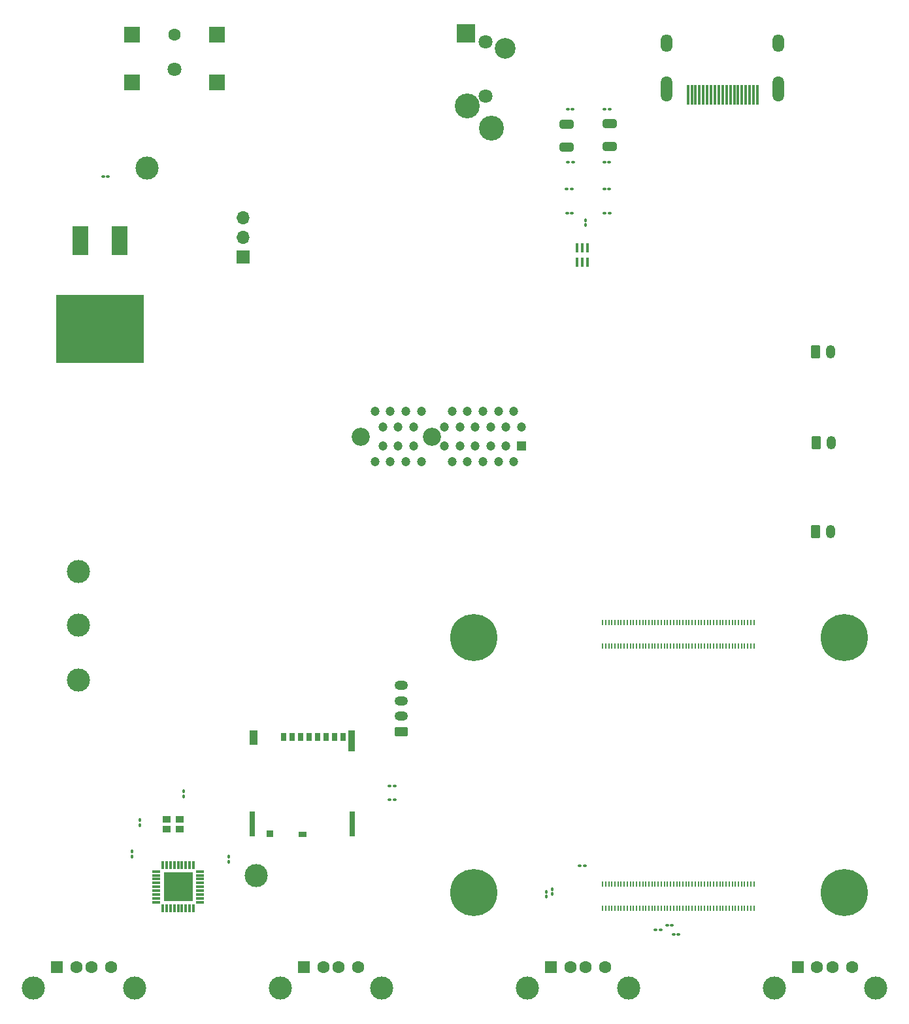
<source format=gbr>
%TF.GenerationSoftware,KiCad,Pcbnew,8.0.8*%
%TF.CreationDate,2025-08-13T22:48:38+02:00*%
%TF.ProjectId,RetroConsoleMk3,52657472-6f43-46f6-9e73-6f6c654d6b33,rev?*%
%TF.SameCoordinates,PX237a085PY9f06730*%
%TF.FileFunction,Soldermask,Top*%
%TF.FilePolarity,Negative*%
%FSLAX46Y46*%
G04 Gerber Fmt 4.6, Leading zero omitted, Abs format (unit mm)*
G04 Created by KiCad (PCBNEW 8.0.8) date 2025-08-13 22:48:38*
%MOMM*%
%LPD*%
G01*
G04 APERTURE LIST*
G04 Aperture macros list*
%AMRoundRect*
0 Rectangle with rounded corners*
0 $1 Rounding radius*
0 $2 $3 $4 $5 $6 $7 $8 $9 X,Y pos of 4 corners*
0 Add a 4 corners polygon primitive as box body*
4,1,4,$2,$3,$4,$5,$6,$7,$8,$9,$2,$3,0*
0 Add four circle primitives for the rounded corners*
1,1,$1+$1,$2,$3*
1,1,$1+$1,$4,$5*
1,1,$1+$1,$6,$7*
1,1,$1+$1,$8,$9*
0 Add four rect primitives between the rounded corners*
20,1,$1+$1,$2,$3,$4,$5,0*
20,1,$1+$1,$4,$5,$6,$7,0*
20,1,$1+$1,$6,$7,$8,$9,0*
20,1,$1+$1,$8,$9,$2,$3,0*%
G04 Aperture macros list end*
%ADD10RoundRect,0.100000X-0.100000X0.130000X-0.100000X-0.130000X0.100000X-0.130000X0.100000X0.130000X0*%
%ADD11C,3.000000*%
%ADD12RoundRect,0.100000X0.100000X-0.130000X0.100000X0.130000X-0.100000X0.130000X-0.100000X-0.130000X0*%
%ADD13R,1.600000X1.500000*%
%ADD14C,1.600000*%
%ADD15R,0.700000X1.100000*%
%ADD16R,0.900000X0.930000*%
%ADD17R,1.050000X0.780000*%
%ADD18R,0.700000X3.330000*%
%ADD19R,1.140000X1.830000*%
%ADD20R,0.860000X2.800000*%
%ADD21RoundRect,0.250000X-0.350000X-0.625000X0.350000X-0.625000X0.350000X0.625000X-0.350000X0.625000X0*%
%ADD22O,1.200000X1.750000*%
%ADD23RoundRect,0.250000X-0.650000X0.325000X-0.650000X-0.325000X0.650000X-0.325000X0.650000X0.325000X0*%
%ADD24C,1.800000*%
%ADD25R,2.415000X2.415000*%
%ADD26C,3.225000*%
%ADD27C,2.685000*%
%ADD28R,2.000000X2.000000*%
%ADD29RoundRect,0.100000X0.130000X0.100000X-0.130000X0.100000X-0.130000X-0.100000X0.130000X-0.100000X0*%
%ADD30RoundRect,0.100000X-0.130000X-0.100000X0.130000X-0.100000X0.130000X0.100000X-0.130000X0.100000X0*%
%ADD31R,1.000000X0.900000*%
%ADD32R,0.400000X1.200000*%
%ADD33C,6.100000*%
%ADD34R,0.200000X0.700000*%
%ADD35R,1.700000X1.700000*%
%ADD36O,1.700000X1.700000*%
%ADD37C,2.350000*%
%ADD38R,1.200000X1.200000*%
%ADD39C,1.200000*%
%ADD40R,0.300000X2.600000*%
%ADD41O,1.500000X3.300000*%
%ADD42O,1.500000X2.300000*%
%ADD43R,2.080000X3.810000*%
%ADD44R,11.430000X8.890000*%
%ADD45RoundRect,0.250000X0.625000X-0.350000X0.625000X0.350000X-0.625000X0.350000X-0.625000X-0.350000X0*%
%ADD46O,1.750000X1.200000*%
%ADD47R,1.100000X0.300000*%
%ADD48R,0.300000X1.100000*%
%ADD49R,3.800000X3.800000*%
G04 APERTURE END LIST*
D10*
%TO.C,R13*%
X73449995Y19120000D03*
X73449995Y18480000D03*
%TD*%
D11*
%TO.C,TP3*%
X12799995Y53600000D03*
%TD*%
D12*
%TO.C,C3*%
X78549995Y105430000D03*
X78549995Y106070000D03*
%TD*%
D13*
%TO.C,J7*%
X106049995Y9360000D03*
D14*
X108549995Y9360000D03*
X110549995Y9360000D03*
X113049995Y9360000D03*
D11*
X102979995Y6650000D03*
X116119995Y6650000D03*
%TD*%
D15*
%TO.C,J2*%
X39419995Y39125000D03*
X40519995Y39125000D03*
X41619995Y39125000D03*
X42719995Y39125000D03*
X43819995Y39125000D03*
X44919995Y39125000D03*
X46019995Y39125000D03*
X47119995Y39125000D03*
D16*
X37629995Y26660000D03*
D17*
X41894995Y26585000D03*
D18*
X35319995Y27860000D03*
D19*
X35539995Y39110000D03*
D20*
X48199995Y38625000D03*
D18*
X48279995Y27860000D03*
%TD*%
D21*
%TO.C,J11*%
X108299995Y65750000D03*
D22*
X110299995Y65750000D03*
%TD*%
D23*
%TO.C,C7*%
X81699995Y118575000D03*
X81699995Y115625000D03*
%TD*%
D24*
%TO.C,J10*%
X65574495Y129156500D03*
X65574495Y122156500D03*
D25*
X63034495Y130256500D03*
D26*
X63254495Y120856500D03*
X66324495Y117956500D03*
D27*
X68114495Y128356500D03*
%TD*%
D14*
%TO.C,J8*%
X25299995Y130100000D03*
D24*
X25299995Y125600000D03*
D28*
X19799995Y130100000D03*
X19799995Y123900000D03*
X30799995Y130100000D03*
X30799995Y123900000D03*
%TD*%
D29*
%TO.C,R7*%
X81649995Y106945000D03*
X81009995Y106945000D03*
%TD*%
D30*
%TO.C,R12*%
X87634995Y14150000D03*
X88274995Y14150000D03*
%TD*%
D31*
%TO.C,Y1*%
X25949995Y28476000D03*
X24299995Y28476000D03*
X24299995Y27250000D03*
X25949995Y27250000D03*
%TD*%
D30*
%TO.C,R1*%
X53134995Y31000000D03*
X53774995Y31000000D03*
%TD*%
D13*
%TO.C,J5*%
X42049995Y9360000D03*
D14*
X44549995Y9360000D03*
X46549995Y9360000D03*
X49049995Y9360000D03*
D11*
X38979995Y6650000D03*
X52119995Y6650000D03*
%TD*%
D21*
%TO.C,J13*%
X108299995Y89050000D03*
D22*
X110299995Y89050000D03*
%TD*%
D11*
%TO.C,TP4*%
X12799995Y46500000D03*
%TD*%
D30*
%TO.C,R5*%
X76274995Y113600000D03*
X76914995Y113600000D03*
%TD*%
D32*
%TO.C,IC2*%
X77449995Y100600000D03*
X78099995Y100600000D03*
X78749995Y100600000D03*
X78749995Y102500000D03*
X78099995Y102500000D03*
X77449995Y102500000D03*
%TD*%
D30*
%TO.C,R6*%
X76209995Y120400000D03*
X76849995Y120400000D03*
%TD*%
D33*
%TO.C,Module1*%
X64049995Y19000000D03*
X112049995Y19000000D03*
X64049995Y52000000D03*
X112049995Y52000000D03*
D34*
X80749995Y17000000D03*
X80749995Y20080000D03*
X81149995Y17000000D03*
X81149995Y20080000D03*
X81549995Y17000000D03*
X81549995Y20080000D03*
X81949995Y17000000D03*
X81949995Y20080000D03*
X82349995Y17000000D03*
X82349995Y20080000D03*
X82749995Y17000000D03*
X82749995Y20080000D03*
X83149995Y17000000D03*
X83149995Y20080000D03*
X83549995Y17000000D03*
X83549995Y20080000D03*
X83949995Y17000000D03*
X83949995Y20080000D03*
X84349995Y17000000D03*
X84349995Y20080000D03*
X84749995Y17000000D03*
X84749995Y20080000D03*
X85149995Y17000000D03*
X85149995Y20080000D03*
X85549995Y17000000D03*
X85549995Y20080000D03*
X85949995Y17000000D03*
X85949995Y20080000D03*
X86349995Y17000000D03*
X86349995Y20080000D03*
X86749995Y17000000D03*
X86749995Y20080000D03*
X87149995Y17000000D03*
X87149995Y20080000D03*
X87549995Y17000000D03*
X87549995Y20080000D03*
X87949995Y17000000D03*
X87949995Y20080000D03*
X88349995Y17000000D03*
X88349995Y20080000D03*
X88749995Y17000000D03*
X88749995Y20080000D03*
X89149995Y17000000D03*
X89149995Y20080000D03*
X89549995Y17000000D03*
X89549995Y20080000D03*
X89949995Y17000000D03*
X89949995Y20080000D03*
X90349995Y17000000D03*
X90349995Y20080000D03*
X90749995Y17000000D03*
X90749995Y20080000D03*
X91149995Y17000000D03*
X91149995Y20080000D03*
X91549995Y17000000D03*
X91549995Y20080000D03*
X91949995Y17000000D03*
X91949995Y20080000D03*
X92349995Y17000000D03*
X92349995Y20080000D03*
X92749995Y17000000D03*
X92749995Y20080000D03*
X93149995Y17000000D03*
X93149995Y20080000D03*
X93549995Y17000000D03*
X93549995Y20080000D03*
X93949995Y17000000D03*
X93949995Y20080000D03*
X94349995Y17000000D03*
X94349995Y20080000D03*
X94749995Y17000000D03*
X94749995Y20080000D03*
X95149995Y17000000D03*
X95149995Y20080000D03*
X95549995Y17000000D03*
X95549995Y20080000D03*
X95949995Y17000000D03*
X95949995Y20080000D03*
X96349995Y17000000D03*
X96349995Y20080000D03*
X96749995Y17000000D03*
X96749995Y20080000D03*
X97149995Y17000000D03*
X97149995Y20080000D03*
X97549995Y17000000D03*
X97549995Y20080000D03*
X97949995Y17000000D03*
X97949995Y20080000D03*
X98349995Y17000000D03*
X98349995Y20080000D03*
X98749995Y17000000D03*
X98749995Y20080000D03*
X99149995Y17000000D03*
X99149995Y20080000D03*
X99549995Y17000000D03*
X99549995Y20080000D03*
X99949995Y17000000D03*
X99949995Y20080000D03*
X100349995Y17000000D03*
X100349995Y20080000D03*
X80749995Y50920000D03*
X80749995Y54000000D03*
X81149995Y50920000D03*
X81149995Y54000000D03*
X81549995Y50920000D03*
X81549995Y54000000D03*
X81949995Y50920000D03*
X81949995Y54000000D03*
X82349995Y50920000D03*
X82349995Y54000000D03*
X82749995Y50920000D03*
X82749995Y54000000D03*
X83149995Y50920000D03*
X83149995Y54000000D03*
X83549995Y50920000D03*
X83549995Y54000000D03*
X83949995Y50920000D03*
X83949995Y54000000D03*
X84349995Y50920000D03*
X84349995Y54000000D03*
X84749995Y50920000D03*
X84749995Y54000000D03*
X85149995Y50920000D03*
X85149995Y54000000D03*
X85549995Y50920000D03*
X85549995Y54000000D03*
X85949995Y50920000D03*
X85949995Y54000000D03*
X86349995Y50920000D03*
X86349995Y54000000D03*
X86749995Y50920000D03*
X86749995Y54000000D03*
X87149995Y50920000D03*
X87149995Y54000000D03*
X87549995Y50920000D03*
X87549995Y54000000D03*
X87949995Y50920000D03*
X87949995Y54000000D03*
X88349995Y50920000D03*
X88349995Y54000000D03*
X88749995Y50920000D03*
X88749995Y54000000D03*
X89149995Y50920000D03*
X89149995Y54000000D03*
X89549995Y50920000D03*
X89549995Y54000000D03*
X89949995Y50920000D03*
X89949995Y54000000D03*
X90349995Y50920000D03*
X90349995Y54000000D03*
X90749995Y50920000D03*
X90749995Y54000000D03*
X91149995Y50920000D03*
X91149995Y54000000D03*
X91549995Y50920000D03*
X91549995Y54000000D03*
X91949995Y50920000D03*
X91949995Y54000000D03*
X92349995Y50920000D03*
X92349995Y54000000D03*
X92749995Y50920000D03*
X92749995Y54000000D03*
X93149995Y50920000D03*
X93149995Y54000000D03*
X93549995Y50920000D03*
X93549995Y54000000D03*
X93949995Y50920000D03*
X93949995Y54000000D03*
X94349995Y50920000D03*
X94349995Y54000000D03*
X94749995Y50920000D03*
X94749995Y54000000D03*
X95149995Y50920000D03*
X95149995Y54000000D03*
X95549995Y50920000D03*
X95549995Y54000000D03*
X95949995Y50920000D03*
X95949995Y54000000D03*
X96349995Y50920000D03*
X96349995Y54000000D03*
X96749995Y50920000D03*
X96749995Y54000000D03*
X97149995Y50920000D03*
X97149995Y54000000D03*
X97549995Y50920000D03*
X97549995Y54000000D03*
X97949995Y50920000D03*
X97949995Y54000000D03*
X98349995Y50920000D03*
X98349995Y54000000D03*
X98749995Y50920000D03*
X98749995Y54000000D03*
X99149995Y50920000D03*
X99149995Y54000000D03*
X99549995Y50920000D03*
X99549995Y54000000D03*
X99949995Y50920000D03*
X99949995Y54000000D03*
X100349995Y50920000D03*
X100349995Y54000000D03*
%TD*%
D30*
%TO.C,D1*%
X53147495Y32800000D03*
X53787495Y32800000D03*
%TD*%
D29*
%TO.C,C6*%
X81614995Y110100000D03*
X80974995Y110100000D03*
%TD*%
%TO.C,R8*%
X81614995Y113600000D03*
X80974995Y113600000D03*
%TD*%
D30*
%TO.C,R15*%
X89959995Y13550000D03*
X90599995Y13550000D03*
%TD*%
D11*
%TO.C,TP1*%
X35899995Y21200000D03*
%TD*%
D29*
%TO.C,R9*%
X81669995Y120400000D03*
X81029995Y120400000D03*
%TD*%
D30*
%TO.C,R11*%
X89079995Y14800000D03*
X89719995Y14800000D03*
%TD*%
D29*
%TO.C,R10*%
X16674995Y111750000D03*
X16034995Y111750000D03*
%TD*%
D21*
%TO.C,J12*%
X108399995Y77300000D03*
D22*
X110399995Y77300000D03*
%TD*%
D10*
%TO.C,C1*%
X26449995Y32115000D03*
X26449995Y31475000D03*
%TD*%
D11*
%TO.C,TP5*%
X21749995Y112800000D03*
%TD*%
D13*
%TO.C,J6*%
X74049995Y9360000D03*
D14*
X76549995Y9360000D03*
X78549995Y9360000D03*
X81049995Y9360000D03*
D11*
X70979995Y6650000D03*
X84119995Y6650000D03*
%TD*%
D35*
%TO.C,J1*%
X34149995Y101300000D03*
D36*
X34149995Y103840000D03*
X34149995Y106380000D03*
%TD*%
D30*
%TO.C,C4*%
X76084995Y110100000D03*
X76724995Y110100000D03*
%TD*%
D37*
%TO.C,J9*%
X58599995Y78050003D03*
X49449995Y78050003D03*
D38*
X70249995Y76800003D03*
D39*
X69249995Y74800003D03*
X68249995Y76800003D03*
X67249995Y74800003D03*
X66249995Y76800003D03*
X65249995Y74800003D03*
X64249995Y76800003D03*
X63249995Y74800003D03*
X62249995Y76800003D03*
X61249995Y74800003D03*
X60249995Y76800003D03*
X57249995Y74800003D03*
X56249995Y76800003D03*
X55249995Y74800003D03*
X54249995Y76800003D03*
X53249995Y74800003D03*
X52249995Y76800003D03*
X51249995Y74800003D03*
X70249995Y79300003D03*
X69249995Y81300003D03*
X68249995Y79300003D03*
X67249995Y81300003D03*
X66249995Y79300003D03*
X65249995Y81300003D03*
X64249995Y79300003D03*
X63249995Y81300003D03*
X62249995Y79300003D03*
X61249995Y81300003D03*
X60249995Y79300003D03*
X57249995Y81300003D03*
X56249995Y79300003D03*
X55249995Y81300003D03*
X54249995Y79300003D03*
X53249995Y81300003D03*
X52249995Y79300003D03*
X51249995Y81300003D03*
%TD*%
D40*
%TO.C,J4*%
X91799995Y122280000D03*
X92299995Y122280000D03*
X92799995Y122280000D03*
X93299995Y122280000D03*
X93799995Y122280000D03*
X94299995Y122280000D03*
X94799995Y122280000D03*
X95299995Y122280000D03*
X95799995Y122280000D03*
X96299995Y122280000D03*
X96799995Y122280000D03*
X97299995Y122280000D03*
X97799995Y122280000D03*
X98299995Y122280000D03*
X98799995Y122280000D03*
X99299995Y122280000D03*
X99799995Y122280000D03*
X100299995Y122280000D03*
X100799995Y122280000D03*
D41*
X89049995Y123040000D03*
X103549995Y123040000D03*
D42*
X89049995Y129000000D03*
X103549995Y129000000D03*
%TD*%
D43*
%TO.C,Q1*%
X18129995Y103400000D03*
D44*
X15589995Y91970000D03*
D43*
X13049995Y103400000D03*
%TD*%
D45*
%TO.C,J14*%
X54649995Y39850000D03*
D46*
X54649995Y41850000D03*
X54649995Y43850000D03*
X54649995Y45850000D03*
%TD*%
D11*
%TO.C,TP2*%
X12849995Y60600000D03*
%TD*%
D10*
%TO.C,R14*%
X74249995Y19470000D03*
X74249995Y18830000D03*
%TD*%
D30*
%TO.C,R4*%
X76149995Y106945000D03*
X76789995Y106945000D03*
%TD*%
D13*
%TO.C,J3*%
X10049995Y9360000D03*
D14*
X12549995Y9360000D03*
X14549995Y9360000D03*
X17049995Y9360000D03*
D11*
X6979995Y6650000D03*
X20119995Y6650000D03*
%TD*%
D29*
%TO.C,R16*%
X78419995Y22500000D03*
X77779995Y22500000D03*
%TD*%
D12*
%TO.C,R2*%
X32299995Y23025000D03*
X32299995Y23665000D03*
%TD*%
D23*
%TO.C,C5*%
X76049995Y118475000D03*
X76049995Y115525000D03*
%TD*%
D12*
%TO.C,C2*%
X20799995Y27750000D03*
X20799995Y28390000D03*
%TD*%
%TO.C,R3*%
X19799995Y23680000D03*
X19799995Y24320000D03*
%TD*%
D47*
%TO.C,IC1*%
X22949995Y21750000D03*
X22949995Y21250000D03*
X22949995Y20750000D03*
X22949995Y20250000D03*
X22949995Y19750000D03*
X22949995Y19250000D03*
X22949995Y18750000D03*
X22949995Y18250000D03*
X22949995Y17750000D03*
D48*
X23749995Y16950000D03*
X24249995Y16950000D03*
X24749995Y16950000D03*
X25249995Y16950000D03*
X25749995Y16950000D03*
X26249995Y16950000D03*
X26749995Y16950000D03*
X27249995Y16950000D03*
X27749995Y16950000D03*
D47*
X28549995Y17750000D03*
X28549995Y18250000D03*
X28549995Y18750000D03*
X28549995Y19250000D03*
X28549995Y19750000D03*
X28549995Y20250000D03*
X28549995Y20750000D03*
X28549995Y21250000D03*
X28549995Y21750000D03*
D48*
X27749995Y22550000D03*
X27249995Y22550000D03*
X26749995Y22550000D03*
X26249995Y22550000D03*
X25749995Y22550000D03*
X25249995Y22550000D03*
X24749995Y22550000D03*
X24249995Y22550000D03*
X23749995Y22550000D03*
D49*
X25749995Y19750000D03*
%TD*%
M02*

</source>
